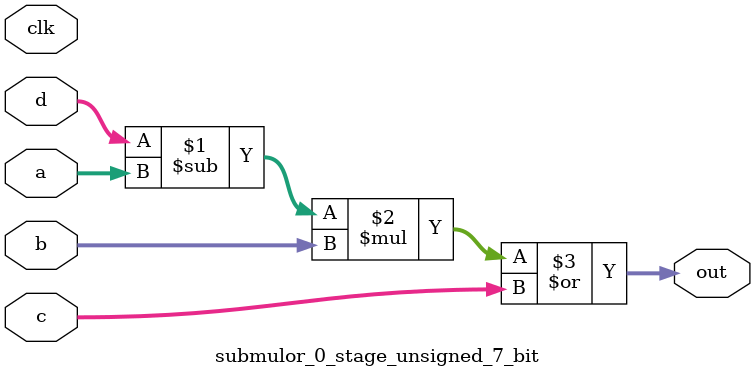
<source format=sv>
(* use_dsp = "yes" *) module submulor_0_stage_unsigned_7_bit(
	input  [6:0] a,
	input  [6:0] b,
	input  [6:0] c,
	input  [6:0] d,
	output [6:0] out,
	input clk);

	assign out = ((d - a) * b) | c;
endmodule

</source>
